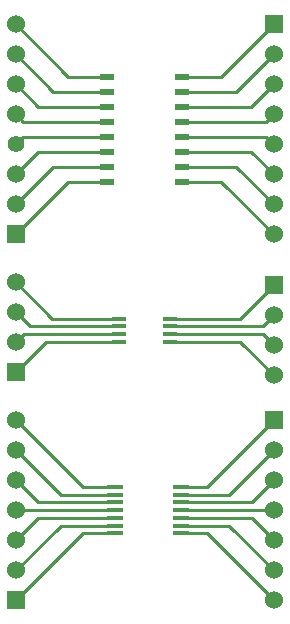
<source format=gtl>
G04 (created by PCBNEW (2013-07-07 BZR 4022)-stable) date 1/28/2014 6:44:28 PM*
%MOIN*%
G04 Gerber Fmt 3.4, Leading zero omitted, Abs format*
%FSLAX34Y34*%
G01*
G70*
G90*
G04 APERTURE LIST*
%ADD10C,0.00590551*%
%ADD11R,0.0579X0.0165*%
%ADD12R,0.045X0.02*%
%ADD13R,0.06X0.06*%
%ADD14C,0.06*%
%ADD15C,0.055*%
%ADD16R,0.05X0.015*%
%ADD17C,0.01*%
G04 APERTURE END LIST*
G54D10*
G54D11*
X78498Y-72600D03*
X78498Y-72856D03*
X78498Y-73112D03*
X78498Y-73368D03*
X80702Y-73368D03*
X78498Y-71832D03*
X78498Y-72088D03*
X78498Y-72344D03*
X80702Y-73112D03*
X80702Y-72856D03*
X80702Y-72600D03*
X80702Y-72344D03*
X80702Y-72088D03*
X80702Y-71832D03*
G54D12*
X80750Y-58150D03*
X80750Y-59150D03*
X80750Y-59650D03*
X80750Y-60150D03*
X80750Y-60650D03*
X80750Y-61150D03*
X80750Y-61650D03*
X78250Y-61650D03*
X78250Y-61150D03*
X78250Y-60650D03*
X78250Y-60150D03*
X78250Y-59650D03*
X78250Y-59150D03*
X78250Y-58650D03*
X78250Y-58150D03*
X80750Y-58650D03*
G54D13*
X83800Y-56400D03*
G54D14*
X83800Y-57400D03*
X83800Y-58400D03*
X83800Y-59400D03*
X83800Y-60400D03*
X83800Y-61400D03*
X83800Y-62400D03*
X83800Y-63400D03*
G54D13*
X75200Y-63400D03*
G54D14*
X75200Y-62400D03*
X75200Y-61400D03*
G54D15*
X75200Y-60400D03*
G54D14*
X75200Y-59400D03*
X75200Y-58400D03*
X75200Y-57400D03*
X75200Y-56400D03*
G54D13*
X83800Y-69600D03*
G54D14*
X83800Y-70600D03*
X83800Y-71600D03*
X83800Y-72600D03*
X83800Y-73600D03*
X83800Y-74600D03*
X83800Y-75600D03*
G54D13*
X75200Y-75600D03*
G54D14*
X75200Y-74600D03*
X75200Y-73600D03*
X75200Y-72600D03*
X75200Y-71600D03*
X75200Y-70600D03*
X75200Y-69600D03*
G54D13*
X83800Y-65100D03*
G54D14*
X83800Y-66100D03*
X83800Y-67100D03*
X83800Y-68100D03*
G54D13*
X75200Y-68000D03*
G54D14*
X75200Y-67000D03*
X75200Y-66000D03*
X75200Y-65000D03*
G54D16*
X78650Y-66216D03*
X78650Y-66472D03*
X78650Y-66728D03*
X78650Y-66984D03*
X80350Y-66984D03*
X80350Y-66728D03*
X80350Y-66472D03*
X80350Y-66216D03*
G54D17*
X80350Y-66984D02*
X82684Y-66984D01*
X82684Y-66984D02*
X83800Y-68100D01*
X78498Y-72856D02*
X75944Y-72856D01*
X75944Y-72856D02*
X75200Y-73600D01*
X78498Y-72600D02*
X75200Y-72600D01*
X78498Y-72344D02*
X75944Y-72344D01*
X75944Y-72344D02*
X75200Y-71600D01*
X78498Y-72088D02*
X76688Y-72088D01*
X76688Y-72088D02*
X75200Y-70600D01*
X78498Y-71832D02*
X77432Y-71832D01*
X77432Y-71832D02*
X75200Y-69600D01*
X80702Y-71832D02*
X81568Y-71832D01*
X81568Y-71832D02*
X83800Y-69600D01*
X80350Y-66728D02*
X83428Y-66728D01*
X83428Y-66728D02*
X83800Y-67100D01*
X80350Y-66472D02*
X83428Y-66472D01*
X83428Y-66472D02*
X83800Y-66100D01*
X80350Y-66216D02*
X82684Y-66216D01*
X82684Y-66216D02*
X83800Y-65100D01*
X78650Y-66984D02*
X76216Y-66984D01*
X76216Y-66984D02*
X75200Y-68000D01*
X80702Y-72088D02*
X82312Y-72088D01*
X82312Y-72088D02*
X83800Y-70600D01*
X78650Y-66728D02*
X75472Y-66728D01*
X75472Y-66728D02*
X75200Y-67000D01*
X78650Y-66472D02*
X75672Y-66472D01*
X75672Y-66472D02*
X75200Y-66000D01*
X78650Y-66216D02*
X76416Y-66216D01*
X76416Y-66216D02*
X75200Y-65000D01*
X78250Y-58650D02*
X76450Y-58650D01*
X76450Y-58650D02*
X75200Y-57400D01*
X78250Y-58150D02*
X76950Y-58150D01*
X76950Y-58150D02*
X75200Y-56400D01*
X78250Y-59150D02*
X75950Y-59150D01*
X75950Y-59150D02*
X75200Y-58400D01*
X78250Y-59650D02*
X75450Y-59650D01*
X75450Y-59650D02*
X75200Y-59400D01*
X78250Y-60150D02*
X75450Y-60150D01*
X75450Y-60150D02*
X75200Y-60400D01*
X78250Y-60650D02*
X75950Y-60650D01*
X75950Y-60650D02*
X75200Y-61400D01*
X78250Y-61150D02*
X76450Y-61150D01*
X76450Y-61150D02*
X75200Y-62400D01*
X80702Y-72344D02*
X83056Y-72344D01*
X83056Y-72344D02*
X83800Y-71600D01*
X78250Y-61650D02*
X76950Y-61650D01*
X76950Y-61650D02*
X75200Y-63400D01*
X80750Y-61650D02*
X82050Y-61650D01*
X82050Y-61650D02*
X83800Y-63400D01*
X80750Y-61150D02*
X82550Y-61150D01*
X82550Y-61150D02*
X83800Y-62400D01*
X80750Y-60650D02*
X83050Y-60650D01*
X83050Y-60650D02*
X83800Y-61400D01*
X80750Y-60150D02*
X83550Y-60150D01*
X83550Y-60150D02*
X83800Y-60400D01*
X80750Y-59650D02*
X83550Y-59650D01*
X83550Y-59650D02*
X83800Y-59400D01*
X80750Y-59150D02*
X83050Y-59150D01*
X83050Y-59150D02*
X83800Y-58400D01*
X80750Y-58650D02*
X82550Y-58650D01*
X82550Y-58650D02*
X83800Y-57400D01*
X80750Y-58150D02*
X82050Y-58150D01*
X82050Y-58150D02*
X83800Y-56400D01*
X80702Y-72600D02*
X83800Y-72600D01*
X80702Y-72856D02*
X83056Y-72856D01*
X83056Y-72856D02*
X83800Y-73600D01*
X80702Y-73112D02*
X82312Y-73112D01*
X82312Y-73112D02*
X83800Y-74600D01*
X80702Y-73368D02*
X81568Y-73368D01*
X81568Y-73368D02*
X83800Y-75600D01*
X78498Y-73368D02*
X77432Y-73368D01*
X77432Y-73368D02*
X75200Y-75600D01*
X78498Y-73112D02*
X76688Y-73112D01*
X76688Y-73112D02*
X75200Y-74600D01*
M02*

</source>
